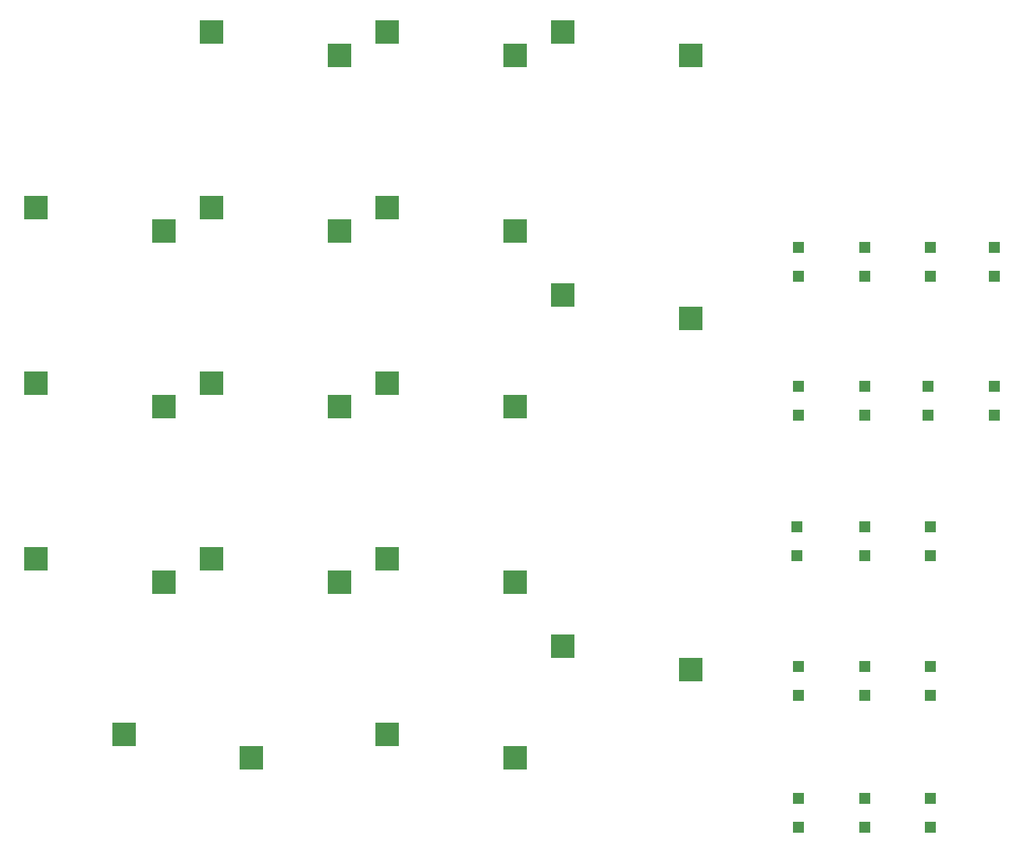
<source format=gbr>
G04 #@! TF.GenerationSoftware,KiCad,Pcbnew,(5.1.5)-3*
G04 #@! TF.CreationDate,2021-05-08T00:02:10-05:00*
G04 #@! TF.ProjectId,MacroPad,4d616372-6f50-4616-942e-6b696361645f,rev?*
G04 #@! TF.SameCoordinates,Original*
G04 #@! TF.FileFunction,Paste,Top*
G04 #@! TF.FilePolarity,Positive*
%FSLAX46Y46*%
G04 Gerber Fmt 4.6, Leading zero omitted, Abs format (unit mm)*
G04 Created by KiCad (PCBNEW (5.1.5)-3) date 2021-05-08 00:02:10*
%MOMM*%
%LPD*%
G04 APERTURE LIST*
%ADD10R,1.200000X1.200000*%
%ADD11R,2.550000X2.500000*%
G04 APERTURE END LIST*
D10*
X160337500Y-98412500D03*
X160337500Y-95262500D03*
D11*
X127416250Y-141128750D03*
X113566250Y-138588750D03*
X127416250Y-103028750D03*
X113566250Y-100488750D03*
X127416250Y-74453750D03*
X113566250Y-71913750D03*
X108366250Y-150653750D03*
X94516250Y-148113750D03*
X108366250Y-131603750D03*
X94516250Y-129063750D03*
X108366250Y-112553750D03*
X94516250Y-110013750D03*
X108366250Y-93503750D03*
X94516250Y-90963750D03*
X108366250Y-74453750D03*
X94516250Y-71913750D03*
X89316250Y-131603750D03*
X75466250Y-129063750D03*
X89316250Y-112553750D03*
X75466250Y-110013750D03*
X89316250Y-93503750D03*
X75466250Y-90963750D03*
X89316250Y-74453750D03*
X75466250Y-71913750D03*
X79791250Y-150653750D03*
X65941250Y-148113750D03*
X70266250Y-131603750D03*
X56416250Y-129063750D03*
X70266250Y-112553750D03*
X56416250Y-110013750D03*
X70266250Y-93503750D03*
X56416250Y-90963750D03*
D10*
X153416000Y-158185250D03*
X153416000Y-155035250D03*
X139128500Y-110343750D03*
X139128500Y-113493750D03*
X139128500Y-98412500D03*
X139128500Y-95262500D03*
X146272250Y-155047750D03*
X146272250Y-158197750D03*
X153416000Y-140760250D03*
X153416000Y-143910250D03*
X138906250Y-125583750D03*
X138906250Y-128733750D03*
X146272250Y-110343750D03*
X146272250Y-113493750D03*
X146272250Y-98412500D03*
X146272250Y-95262500D03*
X146272250Y-140760250D03*
X146272250Y-143910250D03*
X146272250Y-125583750D03*
X146272250Y-128733750D03*
X153193750Y-110343750D03*
X153193750Y-113493750D03*
X153416000Y-98412500D03*
X153416000Y-95262500D03*
X139128500Y-158197750D03*
X139128500Y-155047750D03*
X139128500Y-140760250D03*
X139128500Y-143910250D03*
X153416000Y-125583750D03*
X153416000Y-128733750D03*
X160337500Y-110343750D03*
X160337500Y-113493750D03*
M02*

</source>
